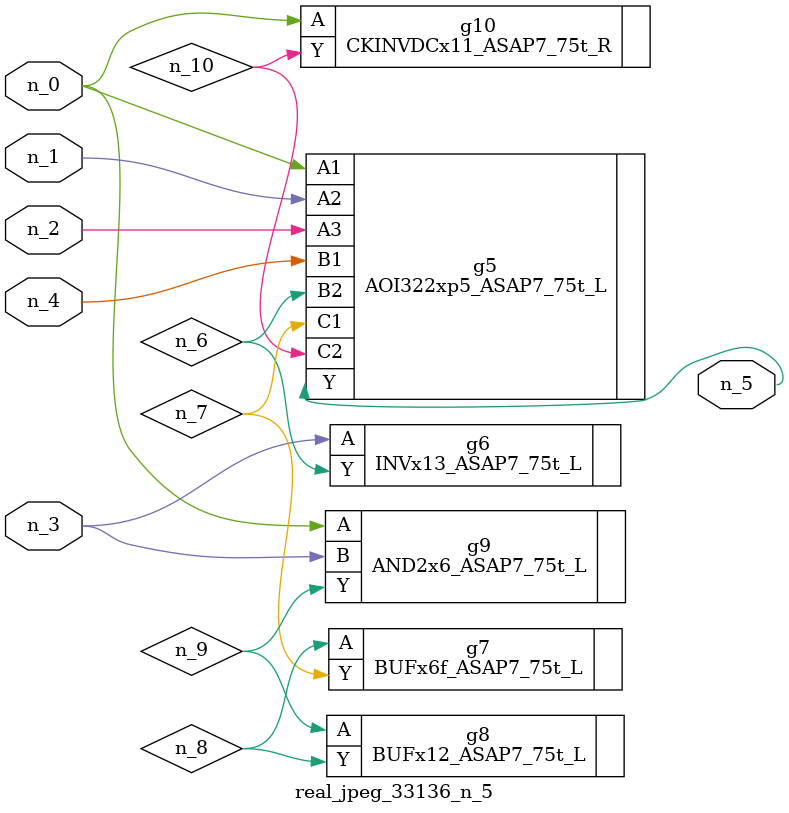
<source format=v>
module real_jpeg_33136_n_5 (n_4, n_0, n_1, n_2, n_3, n_5);

input n_4;
input n_0;
input n_1;
input n_2;
input n_3;

output n_5;

wire n_8;
wire n_6;
wire n_7;
wire n_10;
wire n_9;

AOI322xp5_ASAP7_75t_L g5 ( 
.A1(n_0),
.A2(n_1),
.A3(n_2),
.B1(n_4),
.B2(n_6),
.C1(n_7),
.C2(n_10),
.Y(n_5)
);

AND2x6_ASAP7_75t_L g9 ( 
.A(n_0),
.B(n_3),
.Y(n_9)
);

CKINVDCx11_ASAP7_75t_R g10 ( 
.A(n_0),
.Y(n_10)
);

INVx13_ASAP7_75t_L g6 ( 
.A(n_3),
.Y(n_6)
);

BUFx6f_ASAP7_75t_L g7 ( 
.A(n_8),
.Y(n_7)
);

BUFx12_ASAP7_75t_L g8 ( 
.A(n_9),
.Y(n_8)
);


endmodule
</source>
